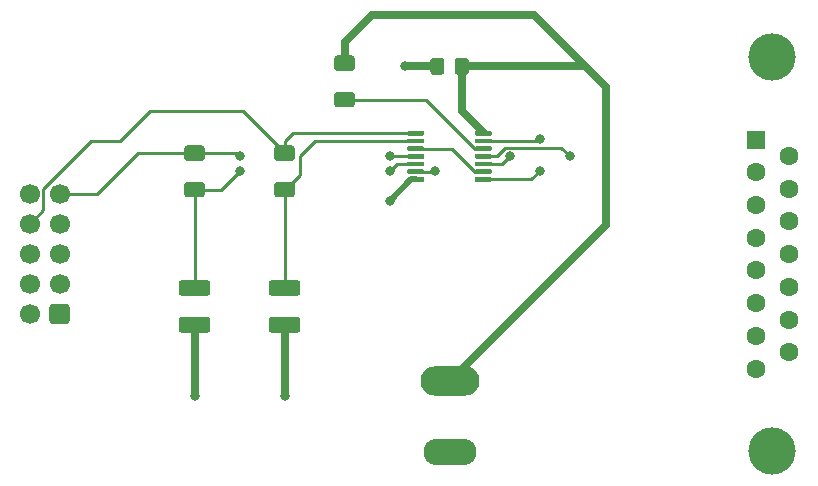
<source format=gtl>
G04 #@! TF.GenerationSoftware,KiCad,Pcbnew,(5.1.10)-1*
G04 #@! TF.CreationDate,2021-08-27T17:33:27-04:00*
G04 #@! TF.ProjectId,Coco3AppleRGB,436f636f-3341-4707-906c-655247422e6b,rev?*
G04 #@! TF.SameCoordinates,Original*
G04 #@! TF.FileFunction,Copper,L1,Top*
G04 #@! TF.FilePolarity,Positive*
%FSLAX46Y46*%
G04 Gerber Fmt 4.6, Leading zero omitted, Abs format (unit mm)*
G04 Created by KiCad (PCBNEW (5.1.10)-1) date 2021-08-27 17:33:27*
%MOMM*%
%LPD*%
G01*
G04 APERTURE LIST*
G04 #@! TA.AperFunction,ComponentPad*
%ADD10O,4.500000X2.250000*%
G04 #@! TD*
G04 #@! TA.AperFunction,ComponentPad*
%ADD11O,5.000000X2.500000*%
G04 #@! TD*
G04 #@! TA.AperFunction,ComponentPad*
%ADD12C,4.000000*%
G04 #@! TD*
G04 #@! TA.AperFunction,ComponentPad*
%ADD13C,1.600000*%
G04 #@! TD*
G04 #@! TA.AperFunction,ComponentPad*
%ADD14R,1.600000X1.600000*%
G04 #@! TD*
G04 #@! TA.AperFunction,ComponentPad*
%ADD15C,1.700000*%
G04 #@! TD*
G04 #@! TA.AperFunction,ViaPad*
%ADD16C,0.800000*%
G04 #@! TD*
G04 #@! TA.AperFunction,Conductor*
%ADD17C,0.500000*%
G04 #@! TD*
G04 #@! TA.AperFunction,Conductor*
%ADD18C,0.700000*%
G04 #@! TD*
G04 #@! TA.AperFunction,Conductor*
%ADD19C,0.250000*%
G04 #@! TD*
G04 APERTURE END LIST*
D10*
X87630000Y-119030000D03*
D11*
X87630000Y-113030000D03*
G04 #@! TA.AperFunction,SMDPad,CuDef*
G36*
G01*
X64939999Y-107580000D02*
X67140001Y-107580000D01*
G75*
G02*
X67390000Y-107829999I0J-249999D01*
G01*
X67390000Y-108655001D01*
G75*
G02*
X67140001Y-108905000I-249999J0D01*
G01*
X64939999Y-108905000D01*
G75*
G02*
X64690000Y-108655001I0J249999D01*
G01*
X64690000Y-107829999D01*
G75*
G02*
X64939999Y-107580000I249999J0D01*
G01*
G37*
G04 #@! TD.AperFunction*
G04 #@! TA.AperFunction,SMDPad,CuDef*
G36*
G01*
X64939999Y-104455000D02*
X67140001Y-104455000D01*
G75*
G02*
X67390000Y-104704999I0J-249999D01*
G01*
X67390000Y-105530001D01*
G75*
G02*
X67140001Y-105780000I-249999J0D01*
G01*
X64939999Y-105780000D01*
G75*
G02*
X64690000Y-105530001I0J249999D01*
G01*
X64690000Y-104704999D01*
G75*
G02*
X64939999Y-104455000I249999J0D01*
G01*
G37*
G04 #@! TD.AperFunction*
G04 #@! TA.AperFunction,SMDPad,CuDef*
G36*
G01*
X72559999Y-107580000D02*
X74760001Y-107580000D01*
G75*
G02*
X75010000Y-107829999I0J-249999D01*
G01*
X75010000Y-108655001D01*
G75*
G02*
X74760001Y-108905000I-249999J0D01*
G01*
X72559999Y-108905000D01*
G75*
G02*
X72310000Y-108655001I0J249999D01*
G01*
X72310000Y-107829999D01*
G75*
G02*
X72559999Y-107580000I249999J0D01*
G01*
G37*
G04 #@! TD.AperFunction*
G04 #@! TA.AperFunction,SMDPad,CuDef*
G36*
G01*
X72559999Y-104455000D02*
X74760001Y-104455000D01*
G75*
G02*
X75010000Y-104704999I0J-249999D01*
G01*
X75010000Y-105530001D01*
G75*
G02*
X74760001Y-105780000I-249999J0D01*
G01*
X72559999Y-105780000D01*
G75*
G02*
X72310000Y-105530001I0J249999D01*
G01*
X72310000Y-104704999D01*
G75*
G02*
X72559999Y-104455000I249999J0D01*
G01*
G37*
G04 #@! TD.AperFunction*
G04 #@! TA.AperFunction,SMDPad,CuDef*
G36*
G01*
X78115000Y-88530000D02*
X79365000Y-88530000D01*
G75*
G02*
X79615000Y-88780000I0J-250000D01*
G01*
X79615000Y-89580000D01*
G75*
G02*
X79365000Y-89830000I-250000J0D01*
G01*
X78115000Y-89830000D01*
G75*
G02*
X77865000Y-89580000I0J250000D01*
G01*
X77865000Y-88780000D01*
G75*
G02*
X78115000Y-88530000I250000J0D01*
G01*
G37*
G04 #@! TD.AperFunction*
G04 #@! TA.AperFunction,SMDPad,CuDef*
G36*
G01*
X78115000Y-85430000D02*
X79365000Y-85430000D01*
G75*
G02*
X79615000Y-85680000I0J-250000D01*
G01*
X79615000Y-86480000D01*
G75*
G02*
X79365000Y-86730000I-250000J0D01*
G01*
X78115000Y-86730000D01*
G75*
G02*
X77865000Y-86480000I0J250000D01*
G01*
X77865000Y-85680000D01*
G75*
G02*
X78115000Y-85430000I250000J0D01*
G01*
G37*
G04 #@! TD.AperFunction*
G04 #@! TA.AperFunction,SMDPad,CuDef*
G36*
G01*
X89755000Y-92130000D02*
X89755000Y-91930000D01*
G75*
G02*
X89855000Y-91830000I100000J0D01*
G01*
X91130000Y-91830000D01*
G75*
G02*
X91230000Y-91930000I0J-100000D01*
G01*
X91230000Y-92130000D01*
G75*
G02*
X91130000Y-92230000I-100000J0D01*
G01*
X89855000Y-92230000D01*
G75*
G02*
X89755000Y-92130000I0J100000D01*
G01*
G37*
G04 #@! TD.AperFunction*
G04 #@! TA.AperFunction,SMDPad,CuDef*
G36*
G01*
X89755000Y-92780000D02*
X89755000Y-92580000D01*
G75*
G02*
X89855000Y-92480000I100000J0D01*
G01*
X91130000Y-92480000D01*
G75*
G02*
X91230000Y-92580000I0J-100000D01*
G01*
X91230000Y-92780000D01*
G75*
G02*
X91130000Y-92880000I-100000J0D01*
G01*
X89855000Y-92880000D01*
G75*
G02*
X89755000Y-92780000I0J100000D01*
G01*
G37*
G04 #@! TD.AperFunction*
G04 #@! TA.AperFunction,SMDPad,CuDef*
G36*
G01*
X89755000Y-93430000D02*
X89755000Y-93230000D01*
G75*
G02*
X89855000Y-93130000I100000J0D01*
G01*
X91130000Y-93130000D01*
G75*
G02*
X91230000Y-93230000I0J-100000D01*
G01*
X91230000Y-93430000D01*
G75*
G02*
X91130000Y-93530000I-100000J0D01*
G01*
X89855000Y-93530000D01*
G75*
G02*
X89755000Y-93430000I0J100000D01*
G01*
G37*
G04 #@! TD.AperFunction*
G04 #@! TA.AperFunction,SMDPad,CuDef*
G36*
G01*
X89755000Y-94080000D02*
X89755000Y-93880000D01*
G75*
G02*
X89855000Y-93780000I100000J0D01*
G01*
X91130000Y-93780000D01*
G75*
G02*
X91230000Y-93880000I0J-100000D01*
G01*
X91230000Y-94080000D01*
G75*
G02*
X91130000Y-94180000I-100000J0D01*
G01*
X89855000Y-94180000D01*
G75*
G02*
X89755000Y-94080000I0J100000D01*
G01*
G37*
G04 #@! TD.AperFunction*
G04 #@! TA.AperFunction,SMDPad,CuDef*
G36*
G01*
X89755000Y-94730000D02*
X89755000Y-94530000D01*
G75*
G02*
X89855000Y-94430000I100000J0D01*
G01*
X91130000Y-94430000D01*
G75*
G02*
X91230000Y-94530000I0J-100000D01*
G01*
X91230000Y-94730000D01*
G75*
G02*
X91130000Y-94830000I-100000J0D01*
G01*
X89855000Y-94830000D01*
G75*
G02*
X89755000Y-94730000I0J100000D01*
G01*
G37*
G04 #@! TD.AperFunction*
G04 #@! TA.AperFunction,SMDPad,CuDef*
G36*
G01*
X89755000Y-95380000D02*
X89755000Y-95180000D01*
G75*
G02*
X89855000Y-95080000I100000J0D01*
G01*
X91130000Y-95080000D01*
G75*
G02*
X91230000Y-95180000I0J-100000D01*
G01*
X91230000Y-95380000D01*
G75*
G02*
X91130000Y-95480000I-100000J0D01*
G01*
X89855000Y-95480000D01*
G75*
G02*
X89755000Y-95380000I0J100000D01*
G01*
G37*
G04 #@! TD.AperFunction*
G04 #@! TA.AperFunction,SMDPad,CuDef*
G36*
G01*
X89755000Y-96030000D02*
X89755000Y-95830000D01*
G75*
G02*
X89855000Y-95730000I100000J0D01*
G01*
X91130000Y-95730000D01*
G75*
G02*
X91230000Y-95830000I0J-100000D01*
G01*
X91230000Y-96030000D01*
G75*
G02*
X91130000Y-96130000I-100000J0D01*
G01*
X89855000Y-96130000D01*
G75*
G02*
X89755000Y-96030000I0J100000D01*
G01*
G37*
G04 #@! TD.AperFunction*
G04 #@! TA.AperFunction,SMDPad,CuDef*
G36*
G01*
X84030000Y-96030000D02*
X84030000Y-95830000D01*
G75*
G02*
X84130000Y-95730000I100000J0D01*
G01*
X85405000Y-95730000D01*
G75*
G02*
X85505000Y-95830000I0J-100000D01*
G01*
X85505000Y-96030000D01*
G75*
G02*
X85405000Y-96130000I-100000J0D01*
G01*
X84130000Y-96130000D01*
G75*
G02*
X84030000Y-96030000I0J100000D01*
G01*
G37*
G04 #@! TD.AperFunction*
G04 #@! TA.AperFunction,SMDPad,CuDef*
G36*
G01*
X84030000Y-95380000D02*
X84030000Y-95180000D01*
G75*
G02*
X84130000Y-95080000I100000J0D01*
G01*
X85405000Y-95080000D01*
G75*
G02*
X85505000Y-95180000I0J-100000D01*
G01*
X85505000Y-95380000D01*
G75*
G02*
X85405000Y-95480000I-100000J0D01*
G01*
X84130000Y-95480000D01*
G75*
G02*
X84030000Y-95380000I0J100000D01*
G01*
G37*
G04 #@! TD.AperFunction*
G04 #@! TA.AperFunction,SMDPad,CuDef*
G36*
G01*
X84030000Y-94730000D02*
X84030000Y-94530000D01*
G75*
G02*
X84130000Y-94430000I100000J0D01*
G01*
X85405000Y-94430000D01*
G75*
G02*
X85505000Y-94530000I0J-100000D01*
G01*
X85505000Y-94730000D01*
G75*
G02*
X85405000Y-94830000I-100000J0D01*
G01*
X84130000Y-94830000D01*
G75*
G02*
X84030000Y-94730000I0J100000D01*
G01*
G37*
G04 #@! TD.AperFunction*
G04 #@! TA.AperFunction,SMDPad,CuDef*
G36*
G01*
X84030000Y-94080000D02*
X84030000Y-93880000D01*
G75*
G02*
X84130000Y-93780000I100000J0D01*
G01*
X85405000Y-93780000D01*
G75*
G02*
X85505000Y-93880000I0J-100000D01*
G01*
X85505000Y-94080000D01*
G75*
G02*
X85405000Y-94180000I-100000J0D01*
G01*
X84130000Y-94180000D01*
G75*
G02*
X84030000Y-94080000I0J100000D01*
G01*
G37*
G04 #@! TD.AperFunction*
G04 #@! TA.AperFunction,SMDPad,CuDef*
G36*
G01*
X84030000Y-93430000D02*
X84030000Y-93230000D01*
G75*
G02*
X84130000Y-93130000I100000J0D01*
G01*
X85405000Y-93130000D01*
G75*
G02*
X85505000Y-93230000I0J-100000D01*
G01*
X85505000Y-93430000D01*
G75*
G02*
X85405000Y-93530000I-100000J0D01*
G01*
X84130000Y-93530000D01*
G75*
G02*
X84030000Y-93430000I0J100000D01*
G01*
G37*
G04 #@! TD.AperFunction*
G04 #@! TA.AperFunction,SMDPad,CuDef*
G36*
G01*
X84030000Y-92780000D02*
X84030000Y-92580000D01*
G75*
G02*
X84130000Y-92480000I100000J0D01*
G01*
X85405000Y-92480000D01*
G75*
G02*
X85505000Y-92580000I0J-100000D01*
G01*
X85505000Y-92780000D01*
G75*
G02*
X85405000Y-92880000I-100000J0D01*
G01*
X84130000Y-92880000D01*
G75*
G02*
X84030000Y-92780000I0J100000D01*
G01*
G37*
G04 #@! TD.AperFunction*
G04 #@! TA.AperFunction,SMDPad,CuDef*
G36*
G01*
X84030000Y-92130000D02*
X84030000Y-91930000D01*
G75*
G02*
X84130000Y-91830000I100000J0D01*
G01*
X85405000Y-91830000D01*
G75*
G02*
X85505000Y-91930000I0J-100000D01*
G01*
X85505000Y-92130000D01*
G75*
G02*
X85405000Y-92230000I-100000J0D01*
G01*
X84130000Y-92230000D01*
G75*
G02*
X84030000Y-92130000I0J100000D01*
G01*
G37*
G04 #@! TD.AperFunction*
G04 #@! TA.AperFunction,SMDPad,CuDef*
G36*
G01*
X66665000Y-94350000D02*
X65415000Y-94350000D01*
G75*
G02*
X65165000Y-94100000I0J250000D01*
G01*
X65165000Y-93300000D01*
G75*
G02*
X65415000Y-93050000I250000J0D01*
G01*
X66665000Y-93050000D01*
G75*
G02*
X66915000Y-93300000I0J-250000D01*
G01*
X66915000Y-94100000D01*
G75*
G02*
X66665000Y-94350000I-250000J0D01*
G01*
G37*
G04 #@! TD.AperFunction*
G04 #@! TA.AperFunction,SMDPad,CuDef*
G36*
G01*
X66665000Y-97450000D02*
X65415000Y-97450000D01*
G75*
G02*
X65165000Y-97200000I0J250000D01*
G01*
X65165000Y-96400000D01*
G75*
G02*
X65415000Y-96150000I250000J0D01*
G01*
X66665000Y-96150000D01*
G75*
G02*
X66915000Y-96400000I0J-250000D01*
G01*
X66915000Y-97200000D01*
G75*
G02*
X66665000Y-97450000I-250000J0D01*
G01*
G37*
G04 #@! TD.AperFunction*
G04 #@! TA.AperFunction,SMDPad,CuDef*
G36*
G01*
X74285000Y-94350000D02*
X73035000Y-94350000D01*
G75*
G02*
X72785000Y-94100000I0J250000D01*
G01*
X72785000Y-93300000D01*
G75*
G02*
X73035000Y-93050000I250000J0D01*
G01*
X74285000Y-93050000D01*
G75*
G02*
X74535000Y-93300000I0J-250000D01*
G01*
X74535000Y-94100000D01*
G75*
G02*
X74285000Y-94350000I-250000J0D01*
G01*
G37*
G04 #@! TD.AperFunction*
G04 #@! TA.AperFunction,SMDPad,CuDef*
G36*
G01*
X74285000Y-97450000D02*
X73035000Y-97450000D01*
G75*
G02*
X72785000Y-97200000I0J250000D01*
G01*
X72785000Y-96400000D01*
G75*
G02*
X73035000Y-96150000I250000J0D01*
G01*
X74285000Y-96150000D01*
G75*
G02*
X74535000Y-96400000I0J-250000D01*
G01*
X74535000Y-97200000D01*
G75*
G02*
X74285000Y-97450000I-250000J0D01*
G01*
G37*
G04 #@! TD.AperFunction*
D12*
X114958000Y-85605000D03*
X114958000Y-118905000D03*
D13*
X116378000Y-110565000D03*
X116378000Y-107795000D03*
X116378000Y-105025000D03*
X116378000Y-102255000D03*
X116378000Y-99485000D03*
X116378000Y-96715000D03*
X116378000Y-93945000D03*
X113538000Y-111950000D03*
X113538000Y-109180000D03*
X113538000Y-106410000D03*
X113538000Y-103640000D03*
X113538000Y-100870000D03*
X113538000Y-98100000D03*
X113538000Y-95330000D03*
D14*
X113538000Y-92560000D03*
D15*
X52070000Y-97155000D03*
X52070000Y-99695000D03*
X52070000Y-102235000D03*
X52070000Y-104775000D03*
X52070000Y-107315000D03*
X54610000Y-97155000D03*
X54610000Y-99695000D03*
X54610000Y-102235000D03*
X54610000Y-104775000D03*
G04 #@! TA.AperFunction,ComponentPad*
G36*
G01*
X55460000Y-106715000D02*
X55460000Y-107915000D01*
G75*
G02*
X55210000Y-108165000I-250000J0D01*
G01*
X54010000Y-108165000D01*
G75*
G02*
X53760000Y-107915000I0J250000D01*
G01*
X53760000Y-106715000D01*
G75*
G02*
X54010000Y-106465000I250000J0D01*
G01*
X55210000Y-106465000D01*
G75*
G02*
X55460000Y-106715000I0J-250000D01*
G01*
G37*
G04 #@! TD.AperFunction*
G04 #@! TA.AperFunction,SMDPad,CuDef*
G36*
G01*
X87180000Y-85885000D02*
X87180000Y-86835000D01*
G75*
G02*
X86930000Y-87085000I-250000J0D01*
G01*
X86255000Y-87085000D01*
G75*
G02*
X86005000Y-86835000I0J250000D01*
G01*
X86005000Y-85885000D01*
G75*
G02*
X86255000Y-85635000I250000J0D01*
G01*
X86930000Y-85635000D01*
G75*
G02*
X87180000Y-85885000I0J-250000D01*
G01*
G37*
G04 #@! TD.AperFunction*
G04 #@! TA.AperFunction,SMDPad,CuDef*
G36*
G01*
X89255000Y-85885000D02*
X89255000Y-86835000D01*
G75*
G02*
X89005000Y-87085000I-250000J0D01*
G01*
X88330000Y-87085000D01*
G75*
G02*
X88080000Y-86835000I0J250000D01*
G01*
X88080000Y-85885000D01*
G75*
G02*
X88330000Y-85635000I250000J0D01*
G01*
X89005000Y-85635000D01*
G75*
G02*
X89255000Y-85885000I0J-250000D01*
G01*
G37*
G04 #@! TD.AperFunction*
D16*
X83820000Y-86360000D03*
X82550000Y-97790000D03*
X66040000Y-114300000D03*
X73660000Y-114300000D03*
X69850000Y-95250000D03*
X69850000Y-95250000D03*
X82550000Y-95250000D03*
X69850000Y-93980000D03*
X82550000Y-93980000D03*
X82550000Y-93980000D03*
X97790000Y-93980000D03*
X95250000Y-95250000D03*
X95250000Y-92529999D03*
X86360000Y-95250000D03*
X92710000Y-93980000D03*
D17*
X84410000Y-95930000D02*
X82550000Y-97790000D01*
X84767500Y-95930000D02*
X84410000Y-95930000D01*
X66040000Y-109542500D02*
X66040000Y-114300000D01*
X73660000Y-109542500D02*
X73660000Y-114300000D01*
D18*
X86592500Y-86360000D02*
X83820000Y-86360000D01*
X66040000Y-109542500D02*
X66040000Y-108242500D01*
X66040000Y-108242500D02*
X66040000Y-114300000D01*
X73660000Y-108242500D02*
X73660000Y-114300000D01*
D19*
X73660000Y-96800000D02*
X73660000Y-103817500D01*
X73660000Y-96800000D02*
X74930000Y-95530000D01*
X74930000Y-95530000D02*
X74930000Y-93980000D01*
X76230000Y-92680000D02*
X84767500Y-92680000D01*
X74930000Y-93980000D02*
X76230000Y-92680000D01*
X73660000Y-103817500D02*
X73660000Y-105117500D01*
X66040000Y-96800000D02*
X66040000Y-103817500D01*
X66040000Y-96800000D02*
X68300000Y-96800000D01*
X68300000Y-96800000D02*
X69850000Y-95250000D01*
X83170000Y-94630000D02*
X84767500Y-94630000D01*
X82550000Y-95250000D02*
X83170000Y-94630000D01*
X66040000Y-103817500D02*
X66040000Y-105117500D01*
D18*
X88667500Y-90104990D02*
X90492500Y-91929990D01*
X88667500Y-86360000D02*
X88667500Y-90104990D01*
X99060000Y-86360000D02*
X88667500Y-86360000D01*
X78740000Y-86080000D02*
X78740000Y-84328000D01*
X78740000Y-84328000D02*
X81026000Y-82042000D01*
X94742000Y-82042000D02*
X99060000Y-86360000D01*
X81026000Y-82042000D02*
X94742000Y-82042000D01*
X100838000Y-99822000D02*
X87630000Y-113030000D01*
X100838000Y-88138000D02*
X100838000Y-99822000D01*
X99060000Y-86360000D02*
X100838000Y-88138000D01*
D19*
X59690000Y-92710000D02*
X62230000Y-90170000D01*
X70130000Y-90170000D02*
X73660000Y-93700000D01*
X62230000Y-90170000D02*
X70130000Y-90170000D01*
X73660000Y-93700000D02*
X73660000Y-92710000D01*
X74340000Y-92030000D02*
X84767500Y-92030000D01*
X73660000Y-92710000D02*
X74340000Y-92030000D01*
X53245001Y-96780997D02*
X57315998Y-92710000D01*
X53245001Y-98519999D02*
X53245001Y-96780997D01*
X57315998Y-92710000D02*
X59690000Y-92710000D01*
X52070000Y-99695000D02*
X53245001Y-98519999D01*
X61240000Y-93700000D02*
X66040000Y-93700000D01*
X66040000Y-93700000D02*
X69570000Y-93700000D01*
X69570000Y-93700000D02*
X69850000Y-93980000D01*
X82550000Y-93980000D02*
X84767500Y-93980000D01*
X57785000Y-97155000D02*
X61240000Y-93700000D01*
X54610000Y-97155000D02*
X57785000Y-97155000D01*
X91636998Y-93980000D02*
X92361999Y-93254999D01*
X90492500Y-93980000D02*
X91636998Y-93980000D01*
X97064999Y-93254999D02*
X97790000Y-93980000D01*
X92361999Y-93254999D02*
X97064999Y-93254999D01*
X94570000Y-95930000D02*
X95250000Y-95250000D01*
X90492500Y-95930000D02*
X94570000Y-95930000D01*
X95099999Y-92680000D02*
X90492500Y-92680000D01*
X95250000Y-92529999D02*
X95099999Y-92680000D01*
X89803942Y-93330000D02*
X90492500Y-93330000D01*
X85653942Y-89180000D02*
X89803942Y-93330000D01*
X78740000Y-89180000D02*
X85653942Y-89180000D01*
X86330000Y-95280000D02*
X86360000Y-95250000D01*
X84767500Y-95280000D02*
X86330000Y-95280000D01*
X92060000Y-94630000D02*
X90492500Y-94630000D01*
X92710000Y-93980000D02*
X92060000Y-94630000D01*
X89803942Y-95280000D02*
X90492500Y-95280000D01*
X87853942Y-93330000D02*
X89803942Y-95280000D01*
X84767500Y-93330000D02*
X87853942Y-93330000D01*
M02*

</source>
